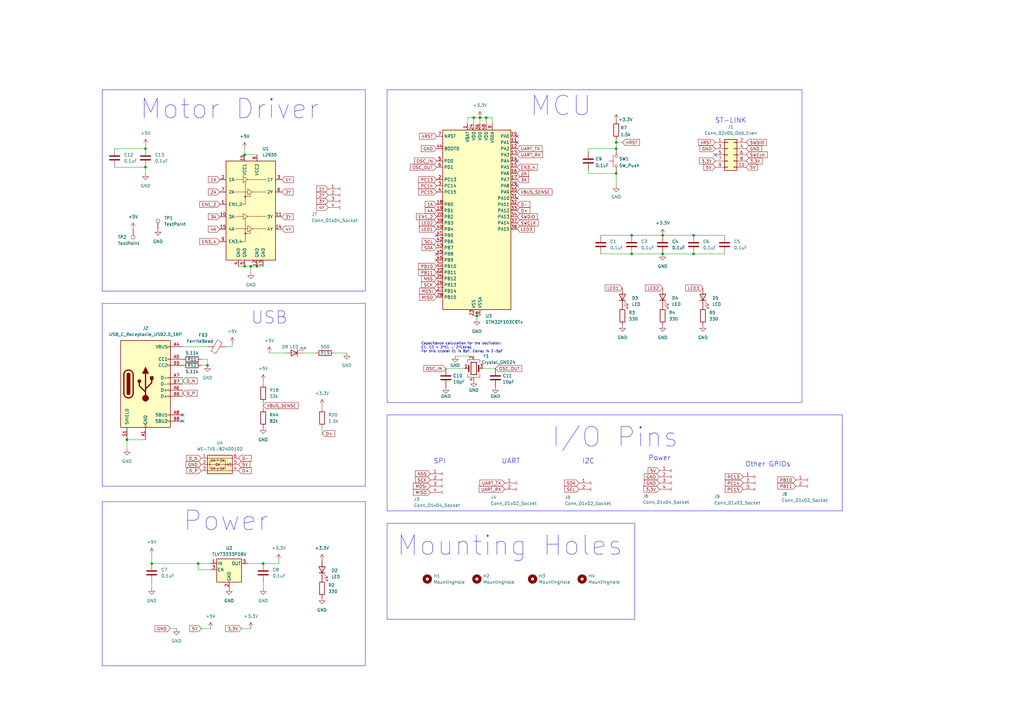
<source format=kicad_sch>
(kicad_sch (version 20250114) (generator "eeschema") (generator_version "9.0")
  (paper "A3")
  (lib_symbols
    (symbol "Connector:Conn_01x02_Socket" (pin_names (offset 1.016) (hide yes))
      (property "Reference" "J" (at 0 2.54 0))
      (property "Value" "Conn_01x02_Socket" (at 0 -5.08 0))
      (symbol "Conn_01x02_Socket_1_1"
        (pin passive line (at -5.08 0 0) (length 3.81) (name "Pin_1") (number "1"))
        (pin passive line (at -5.08 -2.54 0) (length 3.81) (name "Pin_2") (number "2"))
      )
    )
    (symbol "Connector:Conn_01x03_Socket" (pin_names (offset 1.016) (hide yes))
      (property "Reference" "J" (at 0 5.08 0))
      (property "Value" "Conn_01x03_Socket" (at 0 -5.08 0))
      (symbol "Conn_01x03_Socket_1_1"
        (pin passive line (at -5.08 2.54 0) (length 3.81) (name "Pin_1") (number "1"))
        (pin passive line (at -5.08 0 0) (length 3.81) (name "Pin_2") (number "2"))
        (pin passive line (at -5.08 -2.54 0) (length 3.81) (name "Pin_3") (number "3"))
      )
    )
    (symbol "Connector:Conn_01x04_Socket" (pin_names (offset 1.016) (hide yes))
      (property "Reference" "J" (at 0 5.08 0))
      (property "Value" "Conn_01x04_Socket" (at 0 -7.62 0))
      (symbol "Conn_01x04_Socket_1_1"
        (pin passive line (at -5.08 2.54 0) (length 3.81) (name "Pin_1") (number "1"))
        (pin passive line (at -5.08 0 0) (length 3.81) (name "Pin_2") (number "2"))
        (pin passive line (at -5.08 -2.54 0) (length 3.81) (name "Pin_3") (number "3"))
        (pin passive line (at -5.08 -5.08 0) (length 3.81) (name "Pin_4") (number "4"))
      )
    )
    (symbol "Connector:TestPoint" (pin_numbers (hide yes)) (pin_names (offset 0.762) (hide yes))
      (property "Reference" "TP" (at 0 6.858 0))
      (property "Value" "TestPoint" (at 0 5.08 0))
      (symbol "TestPoint_1_1"
        (pin passive line (at 0 0 90) (length 2.54) (name "1") (number "1"))
      )
    )
    (symbol "Connector:USB_C_Receptacle_USB2.0_16P" (pin_names (offset 1.016))
      (property "Reference" "J" (at 0 22.225 0))
      (property "Value" "USB_C_Receptacle_USB2.0_16P" (at 0 19.685 0))
      (symbol "USB_C_Receptacle_USB2.0_16P_1_1"
        (pin passive line (at -7.62 -22.86 90) (length 5.08) (name "SHIELD") (number "S1"))
        (pin passive line (at 0 -22.86 90) (length 5.08) (name "GND") (number "A1"))
        (pin passive line (at 0 -22.86 90) (length 5.08) (hide yes) (name "GND") (number "A12"))
        (pin passive line (at 0 -22.86 90) (length 5.08) (hide yes) (name "GND") (number "B1"))
        (pin passive line (at 0 -22.86 90) (length 5.08) (hide yes) (name "GND") (number "B12"))
        (pin passive line (at 15.24 15.24 180) (length 5.08) (name "VBUS") (number "A4"))
        (pin passive line (at 15.24 15.24 180) (length 5.08) (hide yes) (name "VBUS") (number "A9"))
        (pin passive line (at 15.24 15.24 180) (length 5.08) (hide yes) (name "VBUS") (number "B4"))
        (pin passive line (at 15.24 15.24 180) (length 5.08) (hide yes) (name "VBUS") (number "B9"))
        (pin bidirectional line (at 15.24 10.16 180) (length 5.08) (name "CC1") (number "A5"))
        (pin bidirectional line (at 15.24 7.62 180) (length 5.08) (name "CC2") (number "B5"))
        (pin bidirectional line (at 15.24 2.54 180) (length 5.08) (name "D-") (number "A7"))
        (pin bidirectional line (at 15.24 0 180) (length 5.08) (name "D-") (number "B7"))
        (pin bidirectional line (at 15.24 -2.54 180) (length 5.08) (name "D+") (number "A6"))
        (pin bidirectional line (at 15.24 -5.08 180) (length 5.08) (name "D+") (number "B6"))
        (pin bidirectional line (at 15.24 -12.7 180) (length 5.08) (name "SBU1") (number "A8"))
        (pin bidirectional line (at 15.24 -15.24 180) (length 5.08) (name "SBU2") (number "B8"))
      )
    )
    (symbol "Connector_Generic:Conn_02x05_Odd_Even" (pin_names (offset 1.016) (hide yes))
      (property "Reference" "J" (at 1.27 7.62 0))
      (property "Value" "Conn_02x05_Odd_Even" (at 1.27 -7.62 0))
      (symbol "Conn_02x05_Odd_Even_1_1"
        (pin passive line (at -5.08 5.08 0) (length 3.81) (name "Pin_1") (number "1"))
        (pin passive line (at -5.08 2.54 0) (length 3.81) (name "Pin_3") (number "3"))
        (pin passive line (at -5.08 0 0) (length 3.81) (name "Pin_5") (number "5"))
        (pin passive line (at -5.08 -2.54 0) (length 3.81) (name "Pin_7") (number "7"))
        (pin passive line (at -5.08 -5.08 0) (length 3.81) (name "Pin_9") (number "9"))
        (pin passive line (at 7.62 5.08 180) (length 3.81) (name "Pin_2") (number "2"))
        (pin passive line (at 7.62 2.54 180) (length 3.81) (name "Pin_4") (number "4"))
        (pin passive line (at 7.62 0 180) (length 3.81) (name "Pin_6") (number "6"))
        (pin passive line (at 7.62 -2.54 180) (length 3.81) (name "Pin_8") (number "8"))
        (pin passive line (at 7.62 -5.08 180) (length 3.81) (name "Pin_10") (number "10"))
      )
    )
    (symbol "Device:C" (pin_numbers (hide yes)) (pin_names (offset 0.254))
      (property "Reference" "C" (at 0.635 2.54 0))
      (property "Value" "C" (at 0.635 -2.54 0))
      (symbol "C_1_1"
        (pin passive line (at 0 3.81 270) (length 2.794) (name "~") (number "1"))
        (pin passive line (at 0 -3.81 90) (length 2.794) (name "~") (number "2"))
      )
    )
    (symbol "Device:Crystal_GND24" (pin_names (offset 1.016) (hide yes))
      (property "Reference" "Y" (at 3.175 5.08 0))
      (property "Value" "Crystal_GND24" (at 3.175 3.175 0))
      (symbol "Crystal_GND24_1_1"
        (pin passive line (at -3.81 0 0) (length 1.27) (name "1") (number "1"))
        (pin passive line (at 0 5.08 270) (length 1.27) (name "2") (number "2"))
        (pin passive line (at 0 -5.08 90) (length 1.27) (name "4") (number "4"))
        (pin passive line (at 3.81 0 180) (length 1.27) (name "3") (number "3"))
      )
    )
    (symbol "Device:FerriteBead" (pin_numbers (hide yes)) (pin_names (offset 0))
      (property "Reference" "FB" (at -3.81 0.635 90))
      (property "Value" "FerriteBead" (at 3.81 0 90))
      (symbol "FerriteBead_1_1"
        (pin passive line (at 0 3.81 270) (length 2.54) (name "~") (number "1"))
        (pin passive line (at 0 -3.81 90) (length 2.54) (name "~") (number "2"))
      )
    )
    (symbol "Device:LED" (pin_numbers (hide yes)) (pin_names (offset 1.016) (hide yes))
      (property "Reference" "D" (at 0 2.54 0))
      (property "Value" "LED" (at 0 -2.54 0))
      (symbol "LED_1_1"
        (pin passive line (at -3.81 0 0) (length 2.54) (name "K") (number "1"))
        (pin passive line (at 3.81 0 180) (length 2.54) (name "A") (number "2"))
      )
    )
    (symbol "Device:R" (pin_numbers (hide yes)) (pin_names (offset 0))
      (property "Reference" "R" (at 2.032 0 90))
      (property "Value" "R" (at 0 0 90))
      (symbol "R_1_1"
        (pin passive line (at 0 3.81 270) (length 1.27) (name "~") (number "1"))
        (pin passive line (at 0 -3.81 90) (length 1.27) (name "~") (number "2"))
      )
    )
    (symbol "Driver_Motor:L293D" (pin_names (offset 1.016))
      (property "Reference" "U" (at -5.08 26.035 0))
      (property "Value" "L293D" (at -5.08 24.13 0))
      (symbol "L293D_1_1"
        (pin input line (at -12.7 15.24 0) (length 2.54) (name "1A") (number "2"))
        (pin input line (at -12.7 10.16 0) (length 2.54) (name "2A") (number "7"))
        (pin input line (at -12.7 5.08 0) (length 2.54) (name "EN1,2") (number "1"))
        (pin input line (at -12.7 0 0) (length 2.54) (name "3A") (number "10"))
        (pin input line (at -12.7 -5.08 0) (length 2.54) (name "4A") (number "15"))
        (pin input line (at -12.7 -10.16 0) (length 2.54) (name "EN3,4") (number "9"))
        (pin power_in line (at -5.08 -20.32 90) (length 2.54) (name "GND") (number "4"))
        (pin power_in line (at -2.54 25.4 270) (length 2.54) (name "VCC1") (number "16"))
        (pin power_in line (at -2.54 -20.32 90) (length 2.54) (name "GND") (number "5"))
        (pin power_in line (at 2.54 25.4 270) (length 2.54) (name "VCC2") (number "8"))
        (pin power_in line (at 2.54 -20.32 90) (length 2.54) (name "GND") (number "12"))
        (pin power_in line (at 5.08 -20.32 90) (length 2.54) (name "GND") (number "13"))
        (pin output line (at 12.7 15.24 180) (length 2.54) (name "1Y") (number "3"))
        (pin output line (at 12.7 10.16 180) (length 2.54) (name "2Y") (number "6"))
        (pin output line (at 12.7 0 180) (length 2.54) (name "3Y") (number "11"))
        (pin output line (at 12.7 -5.08 180) (length 2.54) (name "4Y") (number "14"))
      )
    )
    (symbol "MCU_ST_STM32F1:STM32F103C8Tx"
      (property "Reference" "U" (at -12.7 39.37 0))
      (property "Value" "STM32F103C8Tx" (at 10.16 39.37 0))
      (symbol "STM32F103C8Tx_1_1"
        (pin input line (at -15.24 35.56 0) (length 2.54) (name "NRST") (number "7"))
        (pin input line (at -15.24 30.48 0) (length 2.54) (name "BOOT0") (number "44"))
        (pin bidirectional line (at -15.24 25.4 0) (length 2.54) (name "PD0") (number "5"))
        (pin bidirectional line (at -15.24 22.86 0) (length 2.54) (name "PD1") (number "6"))
        (pin bidirectional line (at -15.24 17.78 0) (length 2.54) (name "PC13") (number "2"))
        (pin bidirectional line (at -15.24 15.24 0) (length 2.54) (name "PC14") (number "3"))
        (pin bidirectional line (at -15.24 12.7 0) (length 2.54) (name "PC15") (number "4"))
        (pin bidirectional line (at -15.24 7.62 0) (length 2.54) (name "PB0") (number "18"))
        (pin bidirectional line (at -15.24 5.08 0) (length 2.54) (name "PB1") (number "19"))
        (pin bidirectional line (at -15.24 2.54 0) (length 2.54) (name "PB2") (number "20"))
        (pin bidirectional line (at -15.24 0 0) (length 2.54) (name "PB3") (number "39"))
        (pin bidirectional line (at -15.24 -2.54 0) (length 2.54) (name "PB4") (number "40"))
        (pin bidirectional line (at -15.24 -5.08 0) (length 2.54) (name "PB5") (number "41"))
        (pin bidirectional line (at -15.24 -7.62 0) (length 2.54) (name "PB6") (number "42"))
        (pin bidirectional line (at -15.24 -10.16 0) (length 2.54) (name "PB7") (number "43"))
        (pin bidirectional line (at -15.24 -12.7 0) (length 2.54) (name "PB8") (number "45"))
        (pin bidirectional line (at -15.24 -15.24 0) (length 2.54) (name "PB9") (number "46"))
        (pin bidirectional line (at -15.24 -17.78 0) (length 2.54) (name "PB10") (number "21"))
        (pin bidirectional line (at -15.24 -20.32 0) (length 2.54) (name "PB11") (number "22"))
        (pin bidirectional line (at -15.24 -22.86 0) (length 2.54) (name "PB12") (number "25"))
        (pin bidirectional line (at -15.24 -25.4 0) (length 2.54) (name "PB13") (number "26"))
        (pin bidirectional line (at -15.24 -27.94 0) (length 2.54) (name "PB14") (number "27"))
        (pin bidirectional line (at -15.24 -30.48 0) (length 2.54) (name "PB15") (number "28"))
        (pin power_in line (at -2.54 40.64 270) (length 2.54) (name "VBAT") (number "1"))
        (pin power_in line (at 0 40.64 270) (length 2.54) (name "VDD") (number "24"))
        (pin power_in line (at 0 -38.1 90) (length 2.54) (name "VSS") (number "23"))
        (pin passive line (at 0 -38.1 90) (length 2.54) (hide yes) (name "VSS") (number "35"))
        (pin passive line (at 0 -38.1 90) (length 2.54) (hide yes) (name "VSS") (number "47"))
        (pin power_in line (at 2.54 40.64 270) (length 2.54) (name "VDD") (number "36"))
        (pin power_in line (at 2.54 -38.1 90) (length 2.54) (name "VSSA") (number "8"))
        (pin power_in line (at 5.08 40.64 270) (length 2.54) (name "VDD") (number "48"))
        (pin power_in line (at 7.62 40.64 270) (length 2.54) (name "VDDA") (number "9"))
        (pin bidirectional line (at 17.78 35.56 180) (length 2.54) (name "PA0") (number "10"))
        (pin bidirectional line (at 17.78 33.02 180) (length 2.54) (name "PA1") (number "11"))
        (pin bidirectional line (at 17.78 30.48 180) (length 2.54) (name "PA2") (number "12"))
        (pin bidirectional line (at 17.78 27.94 180) (length 2.54) (name "PA3") (number "13"))
        (pin bidirectional line (at 17.78 25.4 180) (length 2.54) (name "PA4") (number "14"))
        (pin bidirectional line (at 17.78 22.86 180) (length 2.54) (name "PA5") (number "15"))
        (pin bidirectional line (at 17.78 20.32 180) (length 2.54) (name "PA6") (number "16"))
        (pin bidirectional line (at 17.78 17.78 180) (length 2.54) (name "PA7") (number "17"))
        (pin bidirectional line (at 17.78 15.24 180) (length 2.54) (name "PA8") (number "29"))
        (pin bidirectional line (at 17.78 12.7 180) (length 2.54) (name "PA9") (number "30"))
        (pin bidirectional line (at 17.78 10.16 180) (length 2.54) (name "PA10") (number "31"))
        (pin bidirectional line (at 17.78 7.62 180) (length 2.54) (name "PA11") (number "32"))
        (pin bidirectional line (at 17.78 5.08 180) (length 2.54) (name "PA12") (number "33"))
        (pin bidirectional line (at 17.78 2.54 180) (length 2.54) (name "PA13") (number "34"))
        (pin bidirectional line (at 17.78 0 180) (length 2.54) (name "PA14") (number "37"))
        (pin bidirectional line (at 17.78 -2.54 180) (length 2.54) (name "PA15") (number "38"))
      )
    )
    (symbol "Mechanical:MountingHole" (pin_names (offset 1.016))
      (property "Reference" "H" (at 0 5.08 0))
      (property "Value" "MountingHole" (at 0 3.175 0))
    )
    (symbol "Power_Protection:WE-TVS-82400102"
      (property "Reference" "U" (at 0 7.62 0))
      (property "Value" "WE-TVS-82400102" (at 0 5.08 0))
      (symbol "WE-TVS-82400102_1_1"
        (pin passive line (at -7.62 2.54 0) (length 2.54) (name "~") (number "1"))
        (pin passive line (at -7.62 0 0) (length 2.54) (name "~") (number "2"))
        (pin passive line (at -7.62 -2.54 0) (length 2.54) (name "~") (number "3"))
        (pin passive line (at 7.62 2.54 180) (length 2.54) (name "~") (number "6"))
        (pin passive line (at 7.62 0 180) (length 2.54) (name "~") (number "5"))
        (pin passive line (at 7.62 -2.54 180) (length 2.54) (name "~") (number "4"))
      )
    )
    (symbol "Regulator_Linear:TLV73333PDBV" (pin_names (offset 0.254))
      (property "Reference" "U" (at -3.81 5.715 0))
      (property "Value" "TLV73333PDBV" (at 0 5.715 0))
      (symbol "TLV73333PDBV_1_1"
        (pin power_in line (at -7.62 2.54 0) (length 2.54) (name "IN") (number "1"))
        (pin input line (at -7.62 0 0) (length 2.54) (name "EN") (number "3"))
        (pin power_in line (at 0 -7.62 90) (length 2.54) (name "GND") (number "2"))
        (pin no_connect line (at 5.08 0 180) (length 2.54) (hide yes) (name "NC") (number "4"))
        (pin power_out line (at 7.62 2.54 180) (length 2.54) (name "OUT") (number "5"))
      )
    )
    (symbol "Switch:SW_Push" (pin_numbers (hide yes)) (pin_names (offset 1.016) (hide yes))
      (property "Reference" "SW" (at 1.27 2.54 0))
      (property "Value" "SW_Push" (at 0 -1.524 0))
      (symbol "SW_Push_0_1"
        (pin passive line (at -5.08 0 0) (length 2.54) (name "1") (number "1"))
        (pin passive line (at 5.08 0 180) (length 2.54) (name "2") (number "2"))
      )
    )
    (symbol "power:+3.3V" (power) (pin_names (offset 0))
      (property "Value" "+3.3V" (at 0 3.556 0))
      (symbol "+3.3V_1_1"
        (pin power_in line (at 0 0 90) (length 0) (hide yes) (name "+3.3V") (number "1"))
      )
    )
    (symbol "power:+5V" (power) (pin_names (offset 0))
      (property "Value" "+5V" (at 0 3.556 0))
      (symbol "+5V_1_1"
        (pin power_in line (at 0 0 90) (length 0) (hide yes) (name "+5V") (number "1"))
      )
    )
    (symbol "power:GND" (power) (pin_names (offset 0))
      (property "Value" "GND" (at 0 -3.81 0))
      (symbol "GND_1_1"
        (pin power_in line (at 0 0 270) (length 0) (hide yes) (name "GND") (number "1"))
      )
    )
  )
  (rectangle (start 158.75 36.83) (end 328.93 165.1))
  (rectangle (start 41.91 124.46) (end 149.86 199.39))
  (rectangle (start 41.91 36.83) (end 149.86 119.38))
  (rectangle (start 41.91 205.74) (end 149.86 273.05))
  (rectangle (start 158.75 170.18) (end 345.44 209.55))
  (rectangle (start 158.75 214.63) (end 260.35 254))
  (text "MCU\n" (at 217.17 48.26 0) (effects (font (size 8 8)) (justify left bottom)))
  (text "SPI" (at 180.34 189.23 0) (effects (font (size 2.032 2.032))))
  (text "Motor Driver" (at 57.15 49.53 0) (effects (font (size 8 8)) (justify left bottom)))
  (text "I2C\n" (at 241.3 189.23 0) (effects (font (size 2.032 2.032))))
  (text "I/O Pins\n" (at 226.06 184.15 0) (effects (font (size 8 8)) (justify left bottom)))
  (text "Power\n" (at 74.93 218.44 0) (effects (font (size 8 8)) (justify left bottom)))
  (text "Capacitance calculation for the oscillator:\nC1, C2 = 2*CL - 2*Cstray\nFor this crystal CL is 8pF, Cstray is 2-5pF " (at 172.72 144.78 0) (effects (font (size 1 1)) (justify left bottom)))
  (text "Power" (at 270.51 187.96 0) (effects (font (size 2.032 2.032))))
  (text "USB" (at 102.87 133.35 0) (effects (font (size 5 5)) (justify left bottom)))
  (text "UART\n" (at 209.55 189.23 0) (effects (font (size 2.032 2.032))))
  (text "Other GPIOs\n" (at 314.96 190.5 0) (effects (font (size 2.032 2.032))))
  (text "ST-LINK" (at 299.72 49.53 0) (effects (font (size 2.032 2.032))))
  (text "Mounting Holes" (at 162.56 228.6 0) (effects (font (size 8 8)) (justify left bottom)))
  (junction (at 102.87 109.22))
  (junction (at 284.48 96.52))
  (junction (at 252.73 71.12))
  (junction (at 81.28 231.14))
  (junction (at 199.39 48.26))
  (junction (at 259.08 96.52))
  (junction (at 194.31 48.26))
  (junction (at 195.58 129.54))
  (junction (at 271.78 96.52))
  (junction (at 59.69 60.96))
  (junction (at 62.23 231.14))
  (junction (at 52.07 180.34))
  (junction (at 85.09 149.86))
  (junction (at 252.73 58.42))
  (junction (at 105.41 109.22))
  (junction (at 107.95 231.14))
  (junction (at 252.73 60.96))
  (junction (at 284.48 104.14))
  (junction (at 59.69 68.58))
  (junction (at 259.08 104.14))
  (junction (at 100.33 109.22))
  (junction (at 100.33 63.5))
  (junction (at 271.78 104.14))
  (junction (at 196.85 48.26))
  (no_connect (at 179.07 106.68))
  (no_connect (at 74.93 170.18))
  (no_connect (at 74.93 172.72))
  (no_connect (at 212.09 81.28))
  (no_connect (at 212.09 58.42))
  (no_connect (at 179.07 104.14))
  (no_connect (at 212.09 66.04))
  (no_connect (at 293.37 63.5))
  (no_connect (at 212.09 55.88))
  (no_connect (at 179.07 96.52))
  (no_connect (at 212.09 76.2))
  (wire (pts (xy 46.99 68.58) (xy 59.69 68.58)))
  (wire (pts (xy 52.07 180.34) (xy 59.69 180.34)))
  (wire (pts (xy 100.33 60.96) (xy 100.33 63.5)))
  (wire (pts (xy 105.41 109.22) (xy 107.95 109.22)))
  (wire (pts (xy 102.87 109.22) (xy 102.87 111.76)))
  (wire (pts (xy 196.85 48.26) (xy 196.85 50.8)))
  (wire (pts (xy 82.55 149.86) (xy 85.09 149.86)))
  (wire (pts (xy 241.3 71.12) (xy 252.73 71.12)))
  (wire (pts (xy 255.27 58.42) (xy 252.73 58.42)))
  (wire (pts (xy 81.28 231.14) (xy 62.23 231.14)))
  (wire (pts (xy 82.55 257.81) (xy 86.36 257.81)))
  (wire (pts (xy 74.93 154.94) (xy 74.93 157.48)))
  (wire (pts (xy 132.08 175.26) (xy 132.08 177.8)))
  (wire (pts (xy 246.38 104.14) (xy 259.08 104.14)))
  (wire (pts (xy 46.99 60.96) (xy 59.69 60.96)))
  (wire (pts (xy 107.95 167.64) (xy 107.95 165.1)))
  (wire (pts (xy 246.38 96.52) (xy 259.08 96.52)))
  (wire (pts (xy 182.88 151.13) (xy 190.5 151.13)))
  (wire (pts (xy 107.95 241.3) (xy 107.95 238.76)))
  (wire (pts (xy 102.87 109.22) (xy 105.41 109.22)))
  (wire (pts (xy 100.33 63.5) (xy 105.41 63.5)))
  (wire (pts (xy 259.08 104.14) (xy 271.78 104.14)))
  (wire (pts (xy 114.3 231.14) (xy 107.95 231.14)))
  (wire (pts (xy 252.73 58.42) (xy 252.73 60.96)))
  (wire (pts (xy 124.46 144.78) (xy 129.54 144.78)))
  (wire (pts (xy 132.08 166.37) (xy 132.08 167.64)))
  (wire (pts (xy 252.73 57.15) (xy 252.73 58.42)))
  (wire (pts (xy 97.79 109.22) (xy 100.33 109.22)))
  (wire (pts (xy 52.07 180.34) (xy 52.07 184.15)))
  (wire (pts (xy 271.78 96.52) (xy 284.48 96.52)))
  (wire (pts (xy 194.31 48.26) (xy 191.77 48.26)))
  (wire (pts (xy 86.36 231.14) (xy 81.28 231.14)))
  (wire (pts (xy 100.33 109.22) (xy 102.87 109.22)))
  (wire (pts (xy 195.58 129.54) (xy 195.58 130.81)))
  (wire (pts (xy 191.77 48.26) (xy 191.77 50.8)))
  (wire (pts (xy 241.3 62.23) (xy 241.3 60.96)))
  (wire (pts (xy 137.16 144.78) (xy 142.24 144.78)))
  (wire (pts (xy 201.93 48.26) (xy 199.39 48.26)))
  (wire (pts (xy 82.55 147.32) (xy 85.09 147.32)))
  (wire (pts (xy 259.08 96.52) (xy 271.78 96.52)))
  (wire (pts (xy 186.69 146.05) (xy 194.31 146.05)))
  (wire (pts (xy 95.25 142.24) (xy 95.25 140.97)))
  (wire (pts (xy 195.58 129.54) (xy 196.85 129.54)))
  (wire (pts (xy 241.3 60.96) (xy 252.73 60.96)))
  (wire (pts (xy 74.93 160.02) (xy 74.93 162.56)))
  (wire (pts (xy 92.71 142.24) (xy 95.25 142.24)))
  (wire (pts (xy 241.3 69.85) (xy 241.3 71.12)))
  (wire (pts (xy 85.09 147.32) (xy 85.09 149.86)))
  (wire (pts (xy 69.85 257.81) (xy 72.39 257.81)))
  (wire (pts (xy 252.73 71.12) (xy 252.73 76.2)))
  (wire (pts (xy 201.93 50.8) (xy 201.93 48.26)))
  (wire (pts (xy 199.39 50.8) (xy 199.39 48.26)))
  (wire (pts (xy 284.48 104.14) (xy 297.18 104.14)))
  (wire (pts (xy 81.28 233.68) (xy 81.28 231.14)))
  (wire (pts (xy 62.23 238.76) (xy 62.23 241.3)))
  (wire (pts (xy 102.87 257.81) (xy 99.06 257.81)))
  (wire (pts (xy 107.95 156.21) (xy 107.95 157.48)))
  (wire (pts (xy 110.49 144.78) (xy 116.84 144.78)))
  (wire (pts (xy 196.85 48.26) (xy 194.31 48.26)))
  (wire (pts (xy 199.39 48.26) (xy 196.85 48.26)))
  (wire (pts (xy 59.69 59.69) (xy 59.69 60.96)))
  (wire (pts (xy 101.6 231.14) (xy 107.95 231.14)))
  (wire (pts (xy 62.23 227.33) (xy 62.23 231.14)))
  (wire (pts (xy 284.48 96.52) (xy 297.18 96.52)))
  (wire (pts (xy 198.12 151.13) (xy 203.2 151.13)))
  (wire (pts (xy 86.36 233.68) (xy 81.28 233.68)))
  (wire (pts (xy 114.3 231.14) (xy 114.3 229.87)))
  (wire (pts (xy 271.78 104.14) (xy 284.48 104.14)))
  (wire (pts (xy 194.31 129.54) (xy 195.58 129.54)))
  (wire (pts (xy 194.31 48.26) (xy 194.31 50.8)))
  (wire (pts (xy 74.93 142.24) (xy 85.09 142.24)))
  (wire (pts (xy 59.69 68.58) (xy 59.69 71.12)))
  (global_label "PC13" (shape input) (at 304.8 195.58 180) (property "Intersheetrefs" "${INTERSHEET_REFS}" (effects (hide yes))))
  (global_label "LED2" (shape input) (at 271.78 118.11 180) (property "Intersheetrefs" "${INTERSHEET_REFS}" (effects (hide yes))))
  (global_label "4A" (shape input) (at 90.17 93.98 180) (property "Intersheetrefs" "${INTERSHEET_REFS}" (effects (hide yes))))
  (global_label "3A" (shape input) (at 90.17 88.9 180) (property "Intersheetrefs" "${INTERSHEET_REFS}" (effects (hide yes))))
  (global_label "PC14" (shape input) (at 179.07 76.2 180) (property "Intersheetrefs" "${INTERSHEET_REFS}" (effects (hide yes))))
  (global_label "3.3V" (shape input) (at 270.51 200.66 180) (property "Intersheetrefs" "${INTERSHEET_REFS}" (effects (hide yes))))
  (global_label "3A" (shape input) (at 212.09 73.66 0) (property "Intersheetrefs" "${INTERSHEET_REFS}" (effects (hide yes))))
  (global_label "GND" (shape input) (at 270.51 198.12 180) (property "Intersheetrefs" "${INTERSHEET_REFS}" (effects (hide yes))))
  (global_label "nRST" (shape input) (at 293.37 58.42 180) (property "Intersheetrefs" "${INTERSHEET_REFS}" (effects (hide yes))))
  (global_label "2Y" (shape input) (at 115.57 78.74 0) (property "Intersheetrefs" "${INTERSHEET_REFS}" (effects (hide yes))))
  (global_label "UART_RX" (shape input) (at 207.01 200.66 180) (property "Intersheetrefs" "${INTERSHEET_REFS}" (effects (hide yes))))
  (global_label "VBUS_SENSE" (shape input) (at 107.95 166.37 0) (property "Intersheetrefs" "${INTERSHEET_REFS}" (effects (hide yes))))
  (global_label "1A" (shape input) (at 179.07 83.82 180) (property "Intersheetrefs" "${INTERSHEET_REFS}" (effects (hide yes))))
  (global_label "SWDIO" (shape input) (at 306.07 58.42 0) (property "Intersheetrefs" "${INTERSHEET_REFS}" (effects (hide yes))))
  (global_label "5V" (shape input) (at 293.37 68.58 180) (property "Intersheetrefs" "${INTERSHEET_REFS}" (effects (hide yes))))
  (global_label "EN3_4" (shape input) (at 212.09 68.58 0) (property "Intersheetrefs" "${INTERSHEET_REFS}" (effects (hide yes))))
  (global_label "PB10" (shape input) (at 179.07 109.22 180) (property "Intersheetrefs" "${INTERSHEET_REFS}" (effects (hide yes))))
  (global_label "D_N" (shape input) (at 74.93 156.21 0) (property "Intersheetrefs" "${INTERSHEET_REFS}" (effects (hide yes))))
  (global_label "UART_TX" (shape input) (at 207.01 198.12 180) (property "Intersheetrefs" "${INTERSHEET_REFS}" (effects (hide yes))))
  (global_label "5V" (shape input) (at 97.79 190.5 0) (property "Intersheetrefs" "${INTERSHEET_REFS}" (effects (hide yes))))
  (global_label "PB11" (shape input) (at 179.07 111.76 180) (property "Intersheetrefs" "${INTERSHEET_REFS}" (effects (hide yes))))
  (global_label "D_P" (shape input) (at 74.93 161.29 0) (property "Intersheetrefs" "${INTERSHEET_REFS}" (effects (hide yes))))
  (global_label "VBUS_SENSE" (shape input) (at 212.09 78.74 0) (property "Intersheetrefs" "${INTERSHEET_REFS}" (effects (hide yes))))
  (global_label "PC13" (shape input) (at 179.07 73.66 180) (property "Intersheetrefs" "${INTERSHEET_REFS}" (effects (hide yes))))
  (global_label "D_P" (shape input) (at 82.55 193.04 180) (property "Intersheetrefs" "${INTERSHEET_REFS}" (effects (hide yes))))
  (global_label "OSC_IN" (shape input) (at 182.88 151.13 180) (property "Intersheetrefs" "${INTERSHEET_REFS}" (effects (hide yes))))
  (global_label "LED2" (shape input) (at 179.07 91.44 180) (property "Intersheetrefs" "${INTERSHEET_REFS}" (effects (hide yes))))
  (global_label "GND" (shape input) (at 293.37 60.96 180) (property "Intersheetrefs" "${INTERSHEET_REFS}" (effects (hide yes))))
  (global_label "NSS" (shape input) (at 176.53 194.31 180) (property "Intersheetrefs" "${INTERSHEET_REFS}" (effects (hide yes))))
  (global_label "LED3" (shape input) (at 288.29 118.11 180) (property "Intersheetrefs" "${INTERSHEET_REFS}" (effects (hide yes))))
  (global_label "PB10" (shape input) (at 326.39 196.85 180) (property "Intersheetrefs" "${INTERSHEET_REFS}" (effects (hide yes))))
  (global_label "SDA" (shape input) (at 179.07 101.6 180) (property "Intersheetrefs" "${INTERSHEET_REFS}" (effects (hide yes))))
  (global_label "EN1_2" (shape input) (at 179.07 88.9 180) (property "Intersheetrefs" "${INTERSHEET_REFS}" (effects (hide yes))))
  (global_label "5V" (shape input) (at 82.55 257.81 180) (property "Intersheetrefs" "${INTERSHEET_REFS}" (effects (hide yes))))
  (global_label "LED1" (shape input) (at 179.07 93.98 180) (property "Intersheetrefs" "${INTERSHEET_REFS}" (effects (hide yes))))
  (global_label "nRST" (shape input) (at 255.27 58.42 0) (property "Intersheetrefs" "${INTERSHEET_REFS}" (effects (hide yes))))
  (global_label "SWCLK" (shape input) (at 212.09 91.44 0) (property "Intersheetrefs" "${INTERSHEET_REFS}" (effects (hide yes))))
  (global_label "PC14" (shape input) (at 304.8 198.12 180) (property "Intersheetrefs" "${INTERSHEET_REFS}" (effects (hide yes))))
  (global_label "GND" (shape input) (at 69.85 257.81 180) (property "Intersheetrefs" "${INTERSHEET_REFS}" (effects (hide yes))))
  (global_label "PC15" (shape input) (at 304.8 200.66 180) (property "Intersheetrefs" "${INTERSHEET_REFS}" (effects (hide yes))))
  (global_label "LED3" (shape input) (at 212.09 93.98 0) (property "Intersheetrefs" "${INTERSHEET_REFS}" (effects (hide yes))))
  (global_label "GND" (shape input) (at 306.07 60.96 0) (property "Intersheetrefs" "${INTERSHEET_REFS}" (effects (hide yes))))
  (global_label "1A" (shape input) (at 90.17 73.66 180) (property "Intersheetrefs" "${INTERSHEET_REFS}" (effects (hide yes))))
  (global_label "UART_RX" (shape input) (at 212.09 63.5 0) (property "Intersheetrefs" "${INTERSHEET_REFS}" (effects (hide yes))))
  (global_label "D+" (shape input) (at 212.09 86.36 0) (property "Intersheetrefs" "${INTERSHEET_REFS}" (effects (hide yes))))
  (global_label "5V" (shape input) (at 270.51 193.04 180) (property "Intersheetrefs" "${INTERSHEET_REFS}" (effects (hide yes))))
  (global_label "EN1_2" (shape input) (at 90.17 83.82 180) (property "Intersheetrefs" "${INTERSHEET_REFS}" (effects (hide yes))))
  (global_label "OSC_OUT" (shape input) (at 179.07 68.58 180) (property "Intersheetrefs" "${INTERSHEET_REFS}" (effects (hide yes))))
  (global_label "UART_TX" (shape input) (at 212.09 60.96 0) (property "Intersheetrefs" "${INTERSHEET_REFS}" (effects (hide yes))))
  (global_label "GND" (shape input) (at 270.51 195.58 180) (property "Intersheetrefs" "${INTERSHEET_REFS}" (effects (hide yes))))
  (global_label "5V" (shape input) (at 306.07 68.58 0) (property "Intersheetrefs" "${INTERSHEET_REFS}" (effects (hide yes))))
  (global_label "2Y" (shape input) (at 134.62 80.01 180) (property "Intersheetrefs" "${INTERSHEET_REFS}" (effects (hide yes))))
  (global_label "D+" (shape input) (at 132.08 177.8 0) (property "Intersheetrefs" "${INTERSHEET_REFS}" (effects (hide yes))))
  (global_label "MISO" (shape input) (at 176.53 201.93 180) (property "Intersheetrefs" "${INTERSHEET_REFS}" (effects (hide yes))))
  (global_label "3Y" (shape input) (at 115.57 88.9 0) (property "Intersheetrefs" "${INTERSHEET_REFS}" (effects (hide yes))))
  (global_label "GND" (shape input) (at 82.55 190.5 180) (property "Intersheetrefs" "${INTERSHEET_REFS}" (effects (hide yes))))
  (global_label "nRST" (shape input) (at 179.07 55.88 180) (property "Intersheetrefs" "${INTERSHEET_REFS}" (effects (hide yes))))
  (global_label "SCK" (shape input) (at 179.07 116.84 180) (property "Intersheetrefs" "${INTERSHEET_REFS}" (effects (hide yes))))
  (global_label "3Y" (shape input) (at 134.62 82.55 180) (property "Intersheetrefs" "${INTERSHEET_REFS}" (effects (hide yes))))
  (global_label "SWDIO" (shape input) (at 212.09 88.9 0) (property "Intersheetrefs" "${INTERSHEET_REFS}" (effects (hide yes))))
  (global_label "D-" (shape input) (at 212.09 83.82 0) (property "Intersheetrefs" "${INTERSHEET_REFS}" (effects (hide yes))))
  (global_label "1Y" (shape input) (at 134.62 77.47 180) (property "Intersheetrefs" "${INTERSHEET_REFS}" (effects (hide yes))))
  (global_label "PC15" (shape input) (at 179.07 78.74 180) (property "Intersheetrefs" "${INTERSHEET_REFS}" (effects (hide yes))))
  (global_label "MOSI" (shape input) (at 176.53 199.39 180) (property "Intersheetrefs" "${INTERSHEET_REFS}" (effects (hide yes))))
  (global_label "3.3V" (shape input) (at 293.37 66.04 180) (property "Intersheetrefs" "${INTERSHEET_REFS}" (effects (hide yes))))
  (global_label "D-" (shape input) (at 97.79 187.96 0) (property "Intersheetrefs" "${INTERSHEET_REFS}" (effects (hide yes))))
  (global_label "SCL" (shape input) (at 237.49 200.66 180) (property "Intersheetrefs" "${INTERSHEET_REFS}" (effects (hide yes))))
  (global_label "3.3V" (shape input) (at 306.07 66.04 0) (property "Intersheetrefs" "${INTERSHEET_REFS}" (effects (hide yes))))
  (global_label "1Y" (shape input) (at 115.57 73.66 0) (property "Intersheetrefs" "${INTERSHEET_REFS}" (effects (hide yes))))
  (global_label "EN3_4" (shape input) (at 90.17 99.06 180) (property "Intersheetrefs" "${INTERSHEET_REFS}" (effects (hide yes))))
  (global_label "LED1" (shape input) (at 255.27 118.11 180) (property "Intersheetrefs" "${INTERSHEET_REFS}" (effects (hide yes))))
  (global_label "MISO" (shape input) (at 179.07 121.92 180) (property "Intersheetrefs" "${INTERSHEET_REFS}" (effects (hide yes))))
  (global_label "GND" (shape input) (at 179.07 60.96 180) (property "Intersheetrefs" "${INTERSHEET_REFS}" (effects (hide yes))))
  (global_label "2A" (shape input) (at 90.17 78.74 180) (property "Intersheetrefs" "${INTERSHEET_REFS}" (effects (hide yes))))
  (global_label "NSS" (shape input) (at 179.07 114.3 180) (property "Intersheetrefs" "${INTERSHEET_REFS}" (effects (hide yes))))
  (global_label "SDA" (shape input) (at 237.49 198.12 180) (property "Intersheetrefs" "${INTERSHEET_REFS}" (effects (hide yes))))
  (global_label "3.3V" (shape input) (at 99.06 257.81 180) (property "Intersheetrefs" "${INTERSHEET_REFS}" (effects (hide yes))))
  (global_label "OSC_IN" (shape input) (at 179.07 66.04 180) (property "Intersheetrefs" "${INTERSHEET_REFS}" (effects (hide yes))))
  (global_label "D_N" (shape input) (at 82.55 187.96 180) (property "Intersheetrefs" "${INTERSHEET_REFS}" (effects (hide yes))))
  (global_label "D+" (shape input) (at 97.79 193.04 0) (property "Intersheetrefs" "${INTERSHEET_REFS}" (effects (hide yes))))
  (global_label "SCK" (shape input) (at 176.53 196.85 180) (property "Intersheetrefs" "${INTERSHEET_REFS}" (effects (hide yes))))
  (global_label "OSC_OUT" (shape input) (at 203.2 151.13 0) (property "Intersheetrefs" "${INTERSHEET_REFS}" (effects (hide yes))))
  (global_label "2A" (shape input) (at 212.09 71.12 0) (property "Intersheetrefs" "${INTERSHEET_REFS}" (effects (hide yes))))
  (global_label "4Y" (shape input) (at 134.62 85.09 180) (property "Intersheetrefs" "${INTERSHEET_REFS}" (effects (hide yes))))
  (global_label "SWCLK" (shape input) (at 306.07 63.5 0) (property "Intersheetrefs" "${INTERSHEET_REFS}" (effects (hide yes))))
  (global_label "4A" (shape input) (at 179.07 86.36 180) (property "Intersheetrefs" "${INTERSHEET_REFS}" (effects (hide yes))))
  (global_label "PB11" (shape input) (at 326.39 199.39 180) (property "Intersheetrefs" "${INTERSHEET_REFS}" (effects (hide yes))))
  (global_label "MOSI" (shape input) (at 179.07 119.38 180) (property "Intersheetrefs" "${INTERSHEET_REFS}" (effects (hide yes))))
  (global_label "4Y" (shape input) (at 115.57 93.98 0) (property "Intersheetrefs" "${INTERSHEET_REFS}" (effects (hide yes))))
  (global_label "SCL" (shape input) (at 179.07 99.06 180) (property "Intersheetrefs" "${INTERSHEET_REFS}" (effects (hide yes))))
  (symbol (lib_id "Device:Crystal_GND24") (at 194.31 151.13 0) (unit 1)
    (property "Reference" "Y1" (at 199.39 146.05 0))
    (property "Value" "Crystal_GND24" (at 204.47 148.59 0))
    (property "Footprint" "Crystal:Crystal_SMD_5032-4Pin_5.0x3.2mm" (effects (hide yes)))
  )
  (symbol (lib_id "Device:LED") (at 288.29 121.92 90) (unit 1)
    (property "Reference" "D5" (at 292.1 122.2374 90) (effects (justify right)))
    (property "Value" "LED" (at 292.1 124.7774 90) (effects (justify right)))
    (property "Footprint" "LED_SMD:LED_0805_2012Metric" (effects (hide yes)))
    (property "Description" "Light emitting diode" (effects (hide yes)))
  )
  (symbol (lib_id "power:GND") (at 203.2 158.75 0) (unit 1)
    (property "Reference" "#PWR0124" (effects (hide yes)))
    (property "Value" "GND" (at 203.2 162.56 0))
  )
  (symbol (lib_id "power:GND") (at 52.07 184.15 0) (unit 1)
    (property "Reference" "#PWR038" (effects (hide yes)))
    (property "Value" "GND" (at 52.07 189.23 0))
  )
  (symbol (lib_id "Connector:TestPoint") (at 64.77 93.98 0) (unit 1)
    (property "Reference" "TP1" (at 67.31 89.4079 0) (effects (justify left)))
    (property "Value" "TestPoint" (at 67.31 91.9479 0) (effects (justify left)))
    (property "Footprint" "TestPoint:TestPoint_Pad_4.0x4.0mm" (effects (hide yes)))
    (property "Description" "test point" (effects (hide yes)))
  )
  (symbol (lib_id "MCU_ST_STM32F1:STM32F103C8Tx") (at 194.31 91.44 0) (unit 1)
    (property "Reference" "U3" (at 199.0441 129.54 0) (effects (justify left)))
    (property "Value" "STM32F103C8Tx" (at 199.0441 132.08 0) (effects (justify left)))
    (property "Footprint" "Package_QFP:LQFP-48_7x7mm_P0.5mm" (effects (hide yes)))
    (property "Datasheet" "https://www.st.com/resource/en/datasheet/stm32f103c8.pdf" (effects (hide yes)))
  )
  (symbol (lib_id "power:GND") (at 93.98 241.3 0) (unit 1)
    (property "Reference" "#PWR020" (effects (hide yes)))
    (property "Value" "GND" (at 93.98 246.38 0))
  )
  (symbol (lib_id "Device:C") (at 59.69 64.77 0) (unit 1)
    (property "Reference" "C13" (at 63.5 63.4999 0) (effects (justify left)))
    (property "Value" "0.1uF" (at 63.5 66.0399 0) (effects (justify left)))
    (property "Footprint" "Capacitor_SMD:C_0805_2012Metric" (effects (hide yes)))
    (property "Description" "Unpolarized capacitor" (effects (hide yes)))
  )
  (symbol (lib_id "power:GND") (at 195.58 130.81 0) (unit 1)
    (property "Reference" "#PWR09" (effects (hide yes)))
    (property "Value" "GND" (at 195.58 135.89 0))
  )
  (symbol (lib_id "Power_Protection:WE-TVS-82400102") (at 90.17 190.5 0) (unit 1)
    (property "Reference" "U4" (at 90.17 181.61 0))
    (property "Value" "WE-TVS-82400102" (at 90.17 184.15 0))
    (property "Footprint" "Package_TO_SOT_SMD:SOT-23-6" (effects (hide yes)))
    (property "Datasheet" "https://www.we-online.com/components/products/datasheet/82400102.pdf" (effects (hide yes)))
    (property "Description" "Low Capacitance TVS Diode Array, 2 Channels, SOT-23-6" (effects (hide yes)))
  )
  (symbol (lib_id "Device:FerriteBead") (at 88.9 142.24 90) (unit 1)
    (property "Reference" "FB3" (at 83.312 137.414 90))
    (property "Value" "FerriteBead" (at 82.042 139.954 90))
    (property "Footprint" "Resistor_SMD:R_0805_2012Metric" (effects (hide yes)))
  )
  (symbol (lib_id "Device:LED") (at 255.27 121.92 90) (unit 1)
    (property "Reference" "D3" (at 259.08 122.2374 90) (effects (justify right)))
    (property "Value" "LED" (at 259.08 124.7774 90) (effects (justify right)))
    (property "Footprint" "LED_SMD:LED_0805_2012Metric" (effects (hide yes)))
    (property "Description" "Light emitting diode" (effects (hide yes)))
  )
  (symbol (lib_id "Device:C") (at 297.18 100.33 0) (unit 1)
    (property "Reference" "C5" (at 300.99 99.06 0) (effects (justify left)))
    (property "Value" "0.1uF" (at 300.99 101.6 0) (effects (justify left)))
    (property "Footprint" "Capacitor_SMD:C_0805_2012Metric" (effects (hide yes)))
  )
  (symbol (lib_id "Connector:Conn_01x04_Socket") (at 181.61 196.85 0) (unit 1)
    (property "Reference" "J3" (at 169.672 204.724 0) (effects (justify left)))
    (property "Value" "Conn_01x04_Socket" (at 169.672 207.264 0) (effects (justify left)))
    (property "Footprint" "Connector_PinSocket_2.54mm:PinSocket_1x04_P2.54mm_Vertical" (effects (hide yes)))
    (property "Description" "Generic connector, single row, 01x04, script generated" (effects (hide yes)))
  )
  (symbol (lib_id "Connector:Conn_01x02_Socket") (at 242.57 198.12 0) (unit 1)
    (property "Reference" "J5" (at 231.648 203.962 0) (effects (justify left)))
    (property "Value" "Conn_01x02_Socket" (at 231.648 206.502 0) (effects (justify left)))
    (property "Footprint" "Connector_PinSocket_2.54mm:PinSocket_1x02_P2.54mm_Vertical" (effects (hide yes)))
    (property "Description" "Generic connector, single row, 01x02, script generated" (effects (hide yes)))
  )
  (symbol (lib_id "power:+3.3V") (at 196.85 48.26 0) (unit 1)
    (property "Reference" "#PWR02" (effects (hide yes)))
    (property "Value" "+3.3V" (at 196.85 43.18 0))
  )
  (symbol (lib_id "Device:C") (at 62.23 234.95 0) (unit 1)
    (property "Reference" "C7" (at 66.04 233.68 0) (effects (justify left)))
    (property "Value" "0.1uF" (at 66.04 236.22 0) (effects (justify left)))
    (property "Footprint" "Capacitor_SMD:C_0805_2012Metric" (effects (hide yes)))
  )
  (symbol (lib_id "Regulator_Linear:TLV73333PDBV") (at 93.98 233.68 0) (unit 1)
    (property "Reference" "U2" (at 93.98 224.79 0))
    (property "Value" "TLV73333PDBV" (at 93.98 227.33 0))
    (property "Footprint" "Package_TO_SOT_SMD:SOT-23-5" (effects (hide yes)))
    (property "Datasheet" "http://www.ti.com/lit/ds/symlink/tlv733p.pdf" (effects (hide yes)))
    (property "Description" "300mA Capacitor-Free Low Dropout Voltage Regulator, Fixed Output 3.3V, SOT-23-5" (effects (hide yes)))
  )
  (symbol (lib_id "Device:C") (at 203.2 154.94 0) (unit 1)
    (property "Reference" "C11" (at 206.121 154.1053 0) (effects (justify left)))
    (property "Value" "10pF" (at 206.121 156.6422 0) (effects (justify left)))
    (property "Footprint" "Capacitor_SMD:C_0805_2012Metric" (effects (hide yes)))
  )
  (symbol (lib_id "Device:C") (at 271.78 100.33 0) (unit 1)
    (property "Reference" "C4" (at 275.59 99.06 0) (effects (justify left)))
    (property "Value" "0.1uF" (at 275.59 101.6 0) (effects (justify left)))
    (property "Footprint" "Capacitor_SMD:C_0805_2012Metric" (effects (hide yes)))
  )
  (symbol (lib_id "power:GND") (at 142.24 144.78 0) (unit 1)
    (property "Reference" "#PWR033" (effects (hide yes)))
    (property "Value" "GND" (at 142.24 149.86 0))
  )
  (symbol (lib_id "power:+5V") (at 95.25 140.97 0) (unit 1)
    (property "Reference" "#PWR037" (effects (hide yes)))
    (property "Value" "+5V" (at 95.25 135.89 0))
  )
  (symbol (lib_id "power:GND") (at 107.95 241.3 0) (unit 1)
    (property "Reference" "#PWR022" (effects (hide yes)))
    (property "Value" "GND" (at 107.95 246.38 0))
  )
  (symbol (lib_id "Device:C") (at 284.48 100.33 0) (unit 1)
    (property "Reference" "C6" (at 288.29 99.06 0) (effects (justify left)))
    (property "Value" "0.1uF" (at 288.29 101.6 0) (effects (justify left)))
    (property "Footprint" "Capacitor_SMD:C_0805_2012Metric" (effects (hide yes)))
  )
  (symbol (lib_id "Device:LED") (at 271.78 121.92 90) (unit 1)
    (property "Reference" "D4" (at 275.59 122.2374 90) (effects (justify right)))
    (property "Value" "LED" (at 275.59 124.7774 90) (effects (justify right)))
    (property "Footprint" "LED_SMD:LED_0805_2012Metric" (effects (hide yes)))
    (property "Description" "Light emitting diode" (effects (hide yes)))
  )
  (symbol (lib_id "Device:LED") (at 132.08 233.68 90) (unit 1)
    (property "Reference" "D2" (at 135.89 233.9974 90) (effects (justify right)))
    (property "Value" "LED" (at 135.89 236.5374 90) (effects (justify right)))
    (property "Footprint" "LED_SMD:LED_0805_2012Metric" (effects (hide yes)))
    (property "Description" "Light emitting diode" (effects (hide yes)))
  )
  (symbol (lib_id "power:GND") (at 62.23 241.3 0) (unit 1)
    (property "Reference" "#PWR015" (effects (hide yes)))
    (property "Value" "GND" (at 62.23 246.38 0))
  )
  (symbol (lib_id "power:+5V") (at 62.23 227.33 0) (unit 1)
    (property "Reference" "#PWR014" (effects (hide yes)))
    (property "Value" "+5V" (at 62.23 222.25 0))
  )
  (symbol (lib_id "Device:R") (at 132.08 241.3 0) (unit 1)
    (property "Reference" "R2" (at 134.62 240.0299 0) (effects (justify left)))
    (property "Value" "330" (at 134.62 242.5699 0) (effects (justify left)))
    (property "Footprint" "Resistor_SMD:R_0805_2012Metric" (effects (hide yes)))
    (property "Description" "Resistor" (effects (hide yes)))
  )
  (symbol (lib_id "power:+5V") (at 54.61 93.98 0) (unit 1)
    (property "Reference" "#PWR0105" (effects (hide yes)))
    (property "Value" "+5V" (at 54.61 88.9 0))
  )
  (symbol (lib_id "power:+3.3V") (at 271.78 96.52 0) (unit 1)
    (property "Reference" "#PWR08" (effects (hide yes)))
    (property "Value" "+3.3V" (at 271.78 91.44 0))
  )
  (symbol (lib_id "power:GND") (at 64.77 93.98 0) (unit 1)
    (property "Reference" "#PWR031" (effects (hide yes)))
    (property "Value" "GND" (at 64.77 99.06 0))
  )
  (symbol (lib_id "power:+3.3V") (at 252.73 49.53 0) (unit 1)
    (property "Reference" "#PWR0101" (effects (hide yes)))
    (property "Value" "+3.3V" (at 256.54 49.022 0))
  )
  (symbol (lib_id "Connector:USB_C_Receptacle_USB2.0_16P") (at 59.69 157.48 0) (unit 1)
    (property "Reference" "J2" (at 59.69 134.62 0))
    (property "Value" "USB_C_Receptacle_USB2.0_16P" (at 59.69 137.16 0))
    (property "Footprint" "Connector_USB:USB_C_Receptacle_GCT_USB4085" (effects (hide yes)))
    (property "Datasheet" "https://www.usb.org/sites/default/files/documents/usb_type-c.zip" (effects (hide yes)))
    (property "Description" "USB 2.0-only 16P Type-C Receptacle connector" (effects (hide yes)))
  )
  (symbol (lib_id "power:+3.3V") (at 132.08 229.87 0) (unit 1)
    (property "Reference" "#PWR024" (effects (hide yes)))
    (property "Value" "+3.3V" (at 132.08 224.79 0))
  )
  (symbol (lib_id "power:GND") (at 271.78 133.35 0) (unit 1)
    (property "Reference" "#PWR026" (effects (hide yes)))
    (property "Value" "GND" (at 271.78 138.43 0))
  )
  (symbol (lib_id "power:GND") (at 255.27 133.35 0) (unit 1)
    (property "Reference" "#PWR025" (effects (hide yes)))
    (property "Value" "GND" (at 255.27 138.43 0))
  )
  (symbol (lib_id "Connector_Generic:Conn_02x05_Odd_Even") (at 298.45 63.5 0) (unit 1)
    (property "Reference" "J1" (at 299.72 52.07 0))
    (property "Value" "Conn_02x05_Odd_Even" (at 299.72 54.61 0))
    (property "Footprint" "Connector_PinSocket_2.54mm:PinSocket_2x05_P2.54mm_Vertical" (effects (hide yes)))
  )
  (symbol (lib_id "Driver_Motor:L293D") (at 102.87 88.9 0) (unit 1)
    (property "Reference" "U1" (at 107.5533 60.96 0) (effects (justify left)))
    (property "Value" "L293D" (at 107.5533 63.5 0) (effects (justify left)))
    (property "Footprint" "Package_DIP:DIP-16_W7.62mm" (effects (hide yes)))
    (property "Datasheet" "http://www.ti.com/lit/ds/symlink/l293.pdf" (effects (hide yes)))
    (property "Description" "Quadruple Half-H Drivers" (effects (hide yes)))
  )
  (symbol (lib_id "Connector:Conn_01x03_Socket") (at 309.88 198.12 0) (unit 1)
    (property "Reference" "J9" (at 292.862 203.708 0) (effects (justify left)))
    (property "Value" "Conn_01x03_Socket" (at 292.862 206.248 0) (effects (justify left)))
    (property "Footprint" "Connector_PinSocket_2.54mm:PinSocket_1x03_P2.54mm_Vertical" (effects (hide yes)))
    (property "Description" "Generic connector, single row, 01x03, script generated" (effects (hide yes)))
  )
  (symbol (lib_id "Device:R") (at 132.08 171.45 0) (unit 1)
    (property "Reference" "R20" (at 134.62 170.1799 0) (effects (justify left)))
    (property "Value" "1.5k" (at 134.62 172.7199 0) (effects (justify left)))
    (property "Footprint" "Resistor_SMD:R_0805_2012Metric" (effects (hide yes)))
  )
  (symbol (lib_id "power:GND") (at 194.31 156.21 0) (unit 1)
    (property "Reference" "#PWR0123" (effects (hide yes)))
    (property "Value" "GND" (at 194.31 160.02 0))
  )
  (symbol (lib_id "power:+5V") (at 110.49 144.78 0) (unit 1)
    (property "Reference" "#PWR034" (effects (hide yes)))
    (property "Value" "+5V" (at 110.49 139.7 0))
  )
  (symbol (lib_id "power:GND") (at 288.29 133.35 0) (unit 1)
    (property "Reference" "#PWR027" (effects (hide yes)))
    (property "Value" "GND" (at 288.29 138.43 0))
  )
  (symbol (lib_id "power:GND") (at 252.73 76.2 0) (unit 1)
    (property "Reference" "#PWR0108" (effects (hide yes)))
    (property "Value" "GND" (at 252.73 80.7625 0))
  )
  (symbol (lib_id "Connector:TestPoint") (at 54.61 93.98 180) (unit 1)
    (property "Reference" "TP2" (at 48.26 97.282 0) (effects (justify right)))
    (property "Value" "TestPoint" (at 48.26 99.822 0) (effects (justify right)))
    (property "Footprint" "TestPoint:TestPoint_Pad_4.0x4.0mm" (effects (hide yes)))
    (property "Description" "test point" (effects (hide yes)))
  )
  (symbol (lib_id "power:+5V") (at 59.69 59.69 0) (unit 1)
    (property "Reference" "#PWR0106" (effects (hide yes)))
    (property "Value" "+5V" (at 59.69 54.61 0))
  )
  (symbol (lib_id "Mechanical:MountingHole") (at 195.58 237.49 0) (unit 1)
    (property "Reference" "H2" (at 198.12 236.22 0) (effects (justify left)))
    (property "Value" "MountingHole" (at 198.12 238.76 0) (effects (justify left)))
    (property "Footprint" "MountingHole:MountingHole_3.2mm_M3" (effects (hide yes)))
  )
  (symbol (lib_id "Device:C") (at 241.3 66.04 0) (unit 1)
    (property "Reference" "C9" (at 244.221 65.1315 0) (effects (justify left)))
    (property "Value" "0.1uF" (at 244.221 67.9066 0) (effects (justify left)))
    (property "Footprint" "Capacitor_SMD:C_0805_2012Metric" (effects (hide yes)))
  )
  (symbol (lib_id "power:GND") (at 72.39 257.81 0) (unit 1)
    (property "Reference" "#PWR016" (effects (hide yes)))
    (property "Value" "GND" (at 72.39 262.89 0))
  )
  (symbol (lib_id "power:GND") (at 102.87 111.76 0) (unit 1)
    (property "Reference" "#PWR029" (effects (hide yes)))
    (property "Value" "GND" (at 102.87 116.84 0))
  )
  (symbol (lib_id "power:+3.3V") (at 132.08 166.37 0) (unit 1)
    (property "Reference" "#PWR03" (effects (hide yes)))
    (property "Value" "+3.3V" (at 132.08 161.29 0))
  )
  (symbol (lib_id "power:+5V") (at 86.36 257.81 0) (unit 1)
    (property "Reference" "#PWR019" (effects (hide yes)))
    (property "Value" "+5V" (at 86.36 252.73 0))
  )
  (symbol (lib_id "power:+5V") (at 107.95 156.21 0) (unit 1)
    (property "Reference" "#PWR035" (effects (hide yes)))
    (property "Value" "+5V" (at 107.95 151.13 0))
  )
  (symbol (lib_id "Device:R") (at 78.74 147.32 90) (unit 1)
    (property "Reference" "R11" (at 78.74 147.32 90))
    (property "Value" "5.11k" (at 78.74 144.78 90))
    (property "Footprint" "Resistor_SMD:R_0805_2012Metric" (effects (hide yes)))
  )
  (symbol (lib_id "Device:C") (at 107.95 234.95 0) (unit 1)
    (property "Reference" "C8" (at 111.76 233.68 0) (effects (justify left)))
    (property "Value" "0.1uF" (at 111.76 236.22 0) (effects (justify left)))
    (property "Footprint" "Capacitor_SMD:C_0805_2012Metric" (effects (hide yes)))
  )
  (symbol (lib_id "Connector:Conn_01x04_Socket") (at 139.7 80.01 0) (unit 1)
    (property "Reference" "J7" (at 127.762 87.884 0) (effects (justify left)))
    (property "Value" "Conn_01x04_Socket" (at 127.762 90.424 0) (effects (justify left)))
    (property "Footprint" "Connector_PinSocket_2.54mm:PinSocket_1x04_P2.54mm_Vertical" (effects (hide yes)))
    (property "Description" "Generic connector, single row, 01x04, script generated" (effects (hide yes)))
  )
  (symbol (lib_id "Mechanical:MountingHole") (at 175.26 237.49 0) (unit 1)
    (property "Reference" "H1" (at 177.8 236.22 0) (effects (justify left)))
    (property "Value" "MountingHole" (at 177.8 238.76 0) (effects (justify left)))
    (property "Footprint" "MountingHole:MountingHole_3.2mm_M3" (effects (hide yes)))
  )
  (symbol (lib_id "power:GND") (at 186.69 146.05 0) (unit 1)
    (property "Reference" "#PWR0111" (effects (hide yes)))
    (property "Value" "GND" (at 186.69 149.86 0))
  )
  (symbol (lib_id "power:GND") (at 59.69 71.12 0) (unit 1)
    (property "Reference" "#PWR030" (effects (hide yes)))
    (property "Value" "GND" (at 59.69 76.2 0))
  )
  (symbol (lib_id "power:GND") (at 132.08 245.11 0) (unit 1)
    (property "Reference" "#PWR023" (effects (hide yes)))
    (property "Value" "GND" (at 132.08 250.19 0))
  )
  (symbol (lib_id "Connector:Conn_01x02_Socket") (at 212.09 198.12 0) (unit 1)
    (property "Reference" "J4" (at 201.168 203.962 0) (effects (justify left)))
    (property "Value" "Conn_01x02_Socket" (at 201.168 206.502 0) (effects (justify left)))
    (property "Footprint" "Connector_PinSocket_2.54mm:PinSocket_1x02_P2.54mm_Vertical" (effects (hide yes)))
    (property "Description" "Generic connector, single row, 01x02, script generated" (effects (hide yes)))
  )
  (symbol (lib_id "Device:R") (at 107.95 171.45 0) (unit 1)
    (property "Reference" "R44" (at 110.49 170.1799 0) (effects (justify left)))
    (property "Value" "82k" (at 110.49 172.7199 0) (effects (justify left)))
    (property "Footprint" "Resistor_SMD:R_0805_2012Metric" (effects (hide yes)))
  )
  (symbol (lib_id "power:GND") (at 85.09 149.86 0) (unit 1)
    (property "Reference" "#PWR036" (effects (hide yes)))
    (property "Value" "GND" (at 85.09 154.94 0))
  )
  (symbol (lib_id "Device:R") (at 288.29 129.54 0) (unit 1)
    (property "Reference" "R5" (at 290.83 128.2699 0) (effects (justify left)))
    (property "Value" "330" (at 290.83 130.8099 0) (effects (justify left)))
    (property "Footprint" "Resistor_SMD:R_0805_2012Metric" (effects (hide yes)))
    (property "Description" "Resistor" (effects (hide yes)))
  )
  (symbol (lib_id "Device:C") (at 246.38 100.33 0) (unit 1)
    (property "Reference" "C1" (at 250.19 99.06 0) (effects (justify left)))
    (property "Value" "0.1uF" (at 250.19 101.6 0) (effects (justify left)))
    (property "Footprint" "Capacitor_SMD:C_0805_2012Metric" (effects (hide yes)))
  )
  (symbol (lib_id "Device:C") (at 259.08 100.33 0) (unit 1)
    (property "Reference" "C3" (at 262.89 99.06 0) (effects (justify left)))
    (property "Value" "0.1uF" (at 262.89 101.6 0) (effects (justify left)))
    (property "Footprint" "Capacitor_SMD:C_0805_2012Metric" (effects (hide yes)))
  )
  (symbol (lib_id "power:+3.3V") (at 102.87 257.81 0) (unit 1)
    (property "Reference" "#PWR018" (effects (hide yes)))
    (property "Value" "+3.3V" (at 102.87 252.73 0))
  )
  (symbol (lib_id "Device:R") (at 78.74 149.86 270) (unit 1)
    (property "Reference" "R12" (at 78.74 149.86 90))
    (property "Value" "5.11k" (at 78.74 152.4 90))
    (property "Footprint" "Resistor_SMD:R_0805_2012Metric" (effects (hide yes)))
  )
  (symbol (lib_id "Device:R") (at 252.73 53.34 0) (unit 1)
    (property "Reference" "R7" (at 254.508 52.4315 0) (effects (justify left)))
    (property "Value" "1.5k" (at 254.508 55.2066 0) (effects (justify left)))
    (property "Footprint" "Resistor_SMD:R_0805_2012Metric" (effects (hide yes)))
  )
  (symbol (lib_id "Device:C") (at 46.99 64.77 0) (unit 1)
    (property "Reference" "C12" (at 50.8 63.4999 0) (effects (justify left)))
    (property "Value" "0.1uF" (at 50.8 66.0399 0) (effects (justify left)))
    (property "Footprint" "Capacitor_SMD:C_0805_2012Metric" (effects (hide yes)))
    (property "Description" "Unpolarized capacitor" (effects (hide yes)))
  )
  (symbol (lib_id "Switch:SW_Push") (at 252.73 66.04 90) (unit 1)
    (property "Reference" "SW1" (at 253.873 65.1315 90) (effects (justify right)))
    (property "Value" "SW_Push" (at 253.873 67.9066 90) (effects (justify right)))
    (property "Footprint" "Button_Switch_SMD:SW_Push_SPST_NO_Alps_SKRK" (effects (hide yes)))
  )
  (symbol (lib_id "power:+3.3V") (at 114.3 229.87 0) (unit 1)
    (property "Reference" "#PWR021" (effects (hide yes)))
    (property "Value" "+3.3V" (at 114.3 224.79 0))
  )
  (symbol (lib_id "Device:C") (at 182.88 154.94 0) (unit 1)
    (property "Reference" "C10" (at 185.801 154.1053 0) (effects (justify left)))
    (property "Value" "10pF" (at 185.801 156.6422 0) (effects (justify left)))
    (property "Footprint" "Capacitor_SMD:C_0805_2012Metric" (effects (hide yes)))
  )
  (symbol (lib_id "Mechanical:MountingHole") (at 238.76 237.49 0) (unit 1)
    (property "Reference" "H4" (at 241.3 236.22 0) (effects (justify left)))
    (property "Value" "MountingHole" (at 241.3 238.76 0) (effects (justify left)))
    (property "Footprint" "MountingHole:MountingHole_3.2mm_M3" (effects (hide yes)))
  )
  (symbol (lib_id "power:+5V") (at 100.33 60.96 0) (unit 1)
    (property "Reference" "#PWR0104" (effects (hide yes)))
    (property "Value" "+5V" (at 100.33 55.88 0))
  )
  (symbol (lib_id "Device:R") (at 107.95 161.29 0) (unit 1)
    (property "Reference" "R18" (at 110.49 160.0199 0) (effects (justify left)))
    (property "Value" "33k" (at 110.49 162.5599 0) (effects (justify left)))
    (property "Footprint" "Resistor_SMD:R_0805_2012Metric" (effects (hide yes)))
  )
  (symbol (lib_id "Device:R") (at 133.35 144.78 90) (unit 1)
    (property "Reference" "R19" (at 133.35 144.78 90))
    (property "Value" "500" (at 133.35 142.24 90))
    (property "Footprint" "Resistor_SMD:R_0805_2012Metric" (effects (hide yes)))
  )
  (symbol (lib_id "Mechanical:MountingHole") (at 218.44 237.49 0) (unit 1)
    (property "Reference" "H3" (at 220.98 236.22 0) (effects (justify left)))
    (property "Value" "MountingHole" (at 220.98 238.76 0) (effects (justify left)))
    (property "Footprint" "MountingHole:MountingHole_3.2mm_M3" (effects (hide yes)))
  )
  (symbol (lib_id "Connector:Conn_01x04_Socket") (at 275.59 195.58 0) (unit 1)
    (property "Reference" "J6" (at 263.652 203.454 0) (effects (justify left)))
    (property "Value" "Conn_01x04_Socket" (at 263.652 205.994 0) (effects (justify left)))
    (property "Footprint" "Connector_PinSocket_2.54mm:PinSocket_1x04_P2.54mm_Vertical" (effects (hide yes)))
    (property "Description" "Generic connector, single row, 01x04, script generated" (effects (hide yes)))
  )
  (symbol (lib_id "Device:R") (at 271.78 129.54 0) (unit 1)
    (property "Reference" "R4" (at 274.32 128.2699 0) (effects (justify left)))
    (property "Value" "330" (at 274.32 130.8099 0) (effects (justify left)))
    (property "Footprint" "Resistor_SMD:R_0805_2012Metric" (effects (hide yes)))
    (property "Description" "Resistor" (effects (hide yes)))
  )
  (symbol (lib_id "Connector:Conn_01x02_Socket") (at 331.47 196.85 0) (unit 1)
    (property "Reference" "J8" (at 320.548 202.692 0) (effects (justify left)))
    (property "Value" "Conn_01x02_Socket" (at 320.548 205.232 0) (effects (justify left)))
    (property "Footprint" "Connector_PinSocket_2.54mm:PinSocket_1x02_P2.54mm_Vertical" (effects (hide yes)))
    (property "Description" "Generic connector, single row, 01x02, script generated" (effects (hide yes)))
  )
  (symbol (lib_id "power:GND") (at 182.88 158.75 0) (unit 1)
    (property "Reference" "#PWR0110" (effects (hide yes)))
    (property "Value" "GND" (at 182.88 162.56 0))
  )
  (symbol (lib_id "Device:LED") (at 120.65 144.78 180) (unit 1)
    (property "Reference" "D9" (at 116.84 142.24 0))
    (property "Value" "LED" (at 120.65 142.24 0))
    (property "Footprint" "LED_SMD:LED_0805_2012Metric" (effects (hide yes)))
  )
  (symbol (lib_id "power:GND") (at 107.95 175.26 0) (unit 1)
    (property "Reference" "#PWR032" (effects (hide yes)))
    (property "Value" "GND" (at 107.95 180.34 0))
  )
  (symbol (lib_id "power:GND") (at 271.78 104.14 0) (unit 1)
    (property "Reference" "#PWR012" (effects (hide yes)))
    (property "Value" "GND" (at 271.78 109.22 0))
  )
  (symbol (lib_id "Device:R") (at 255.27 129.54 0) (unit 1)
    (property "Reference" "R3" (at 257.81 128.2699 0) (effects (justify left)))
    (property "Value" "330" (at 257.81 130.8099 0) (effects (justify left)))
    (property "Footprint" "Resistor_SMD:R_0805_2012Metric" (effects (hide yes)))
    (property "Description" "Resistor" (effects (hide yes)))
  )
)
</source>
